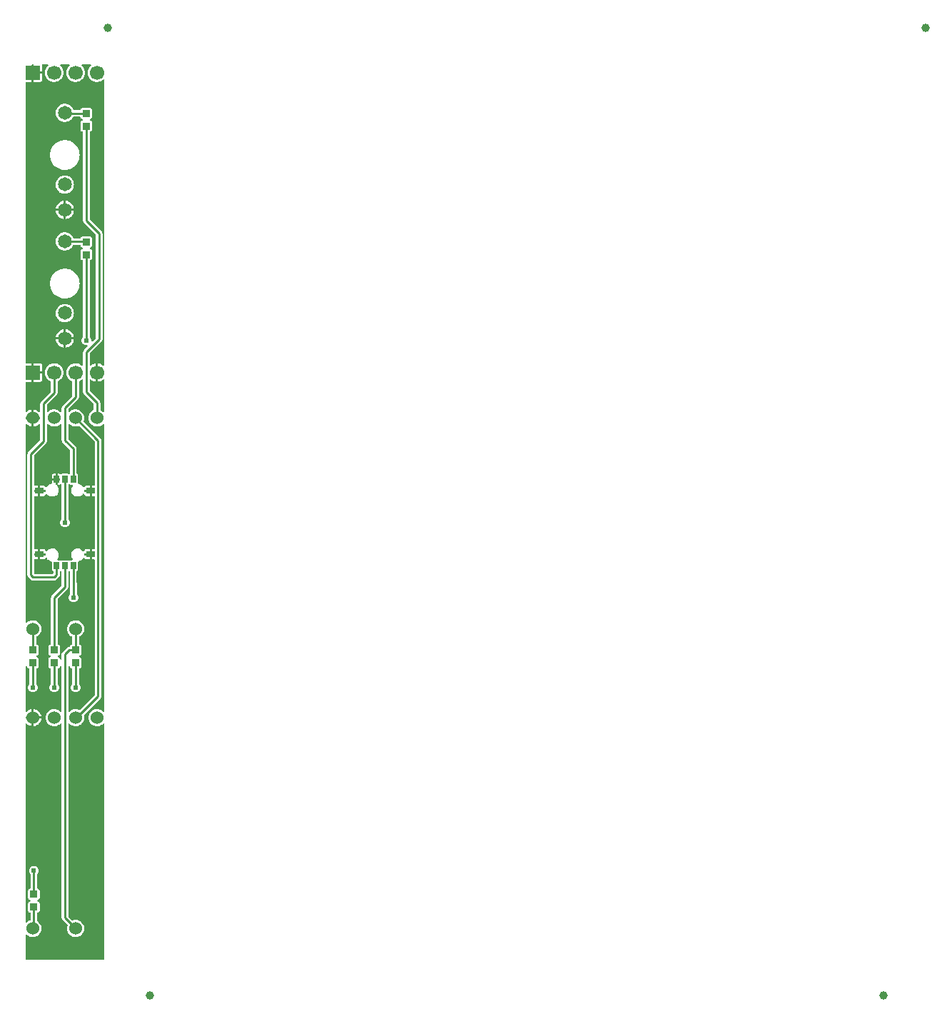
<source format=gbl>
G04 Layer: BottomLayer*
G04 EasyEDA v6.5.22, 2023-04-24 22:23:56*
G04 8fb2b6a2d3ec4a02888dd8b65789e586,5a6b42c53f6a479593ecc07194224c93,10*
G04 Gerber Generator version 0.2*
G04 Scale: 100 percent, Rotated: No, Reflected: No *
G04 Dimensions in millimeters *
G04 leading zeros omitted , absolute positions ,4 integer and 5 decimal *
%FSLAX45Y45*%
%MOMM*%

%AMMACRO1*21,1,$1,$2,0,0,$3*%
%ADD10C,0.2540*%
%ADD11R,0.8640X0.8065*%
%ADD12MACRO1,0.864X0.8065X0.0000*%
%ADD13MACRO1,0.6X0.8X0.0000*%
%ADD14MACRO1,0.7X1X90.0000*%
%ADD15MACRO1,0.7X1X-90.0000*%
%ADD16C,1.0000*%
%ADD17MACRO1,1.7X1.7X0.0000*%
%ADD18C,1.7000*%
%ADD19C,1.6500*%
%ADD20C,1.5240*%
%ADD21C,0.6096*%
%ADD22C,0.0105*%

%LPD*%
G36*
X543966Y4233722D02*
G01*
X540105Y4234535D01*
X536854Y4236720D01*
X534670Y4240022D01*
X533908Y4243882D01*
X533908Y4765446D01*
X534720Y4769408D01*
X537006Y4772761D01*
X540410Y4774946D01*
X544372Y4775606D01*
X548335Y4774692D01*
X551586Y4772304D01*
X553669Y4768799D01*
X555802Y4762652D01*
X558901Y4757724D01*
X562965Y4753660D01*
X567893Y4750562D01*
X573328Y4748631D01*
X578205Y4747463D01*
X581101Y4745177D01*
X583031Y4742027D01*
X583692Y4738420D01*
X583692Y4566208D01*
X582930Y4562297D01*
X580694Y4558995D01*
X579120Y4557420D01*
X573481Y4549394D01*
X569366Y4540453D01*
X566826Y4531004D01*
X565962Y4521200D01*
X566826Y4511395D01*
X569366Y4501946D01*
X573481Y4493006D01*
X579120Y4484979D01*
X586079Y4478020D01*
X594106Y4472381D01*
X603046Y4468266D01*
X612495Y4465726D01*
X622300Y4464862D01*
X632104Y4465726D01*
X641553Y4468266D01*
X650494Y4472381D01*
X658520Y4478020D01*
X665480Y4484979D01*
X671118Y4493006D01*
X675233Y4501946D01*
X677773Y4511395D01*
X678637Y4521200D01*
X677773Y4531004D01*
X675233Y4540453D01*
X671118Y4549394D01*
X665480Y4557420D01*
X663905Y4558995D01*
X661670Y4562297D01*
X660908Y4566208D01*
X660908Y4738420D01*
X661568Y4742027D01*
X663498Y4745177D01*
X666394Y4747463D01*
X671271Y4748631D01*
X676706Y4750562D01*
X681634Y4753660D01*
X685698Y4757724D01*
X688797Y4762652D01*
X690676Y4768088D01*
X691388Y4774438D01*
X691388Y4853940D01*
X690676Y4860239D01*
X688797Y4865725D01*
X685698Y4870602D01*
X681634Y4874717D01*
X676706Y4877765D01*
X670661Y4879898D01*
X667105Y4882032D01*
X664667Y4885436D01*
X663854Y4889500D01*
X664667Y4893564D01*
X667105Y4896967D01*
X670661Y4899101D01*
X676706Y4901234D01*
X681634Y4904282D01*
X685698Y4908397D01*
X688797Y4913274D01*
X690676Y4918760D01*
X691388Y4925060D01*
X691388Y5004562D01*
X690676Y5010912D01*
X688797Y5016347D01*
X685698Y5021275D01*
X681634Y5025339D01*
X676706Y5028438D01*
X671271Y5030368D01*
X666394Y5031536D01*
X663498Y5033822D01*
X661568Y5036972D01*
X660908Y5040579D01*
X660908Y5115356D01*
X661619Y5119116D01*
X663702Y5122316D01*
X666800Y5124551D01*
X671372Y5126685D01*
X682853Y5134000D01*
X693267Y5142788D01*
X702411Y5152948D01*
X710133Y5164175D01*
X716280Y5176316D01*
X720750Y5189220D01*
X723493Y5202580D01*
X724408Y5216194D01*
X723493Y5229809D01*
X720750Y5243169D01*
X716280Y5256072D01*
X710133Y5268214D01*
X702411Y5279440D01*
X693267Y5289600D01*
X682853Y5298389D01*
X671372Y5305704D01*
X658977Y5311444D01*
X645972Y5315508D01*
X632510Y5317744D01*
X618896Y5318201D01*
X605332Y5316880D01*
X592074Y5313680D01*
X579323Y5308803D01*
X567385Y5302250D01*
X556412Y5294172D01*
X546608Y5284673D01*
X538124Y5273954D01*
X531164Y5262219D01*
X525881Y5249672D01*
X522274Y5236514D01*
X520446Y5223002D01*
X520446Y5209387D01*
X522274Y5195874D01*
X525881Y5182717D01*
X531164Y5170170D01*
X538124Y5158435D01*
X546608Y5147716D01*
X556412Y5138216D01*
X567385Y5130139D01*
X578408Y5124094D01*
X581202Y5121808D01*
X583031Y5118709D01*
X583692Y5115204D01*
X583692Y5040579D01*
X583031Y5036972D01*
X581101Y5033822D01*
X578205Y5031536D01*
X573328Y5030368D01*
X567893Y5028438D01*
X562965Y5025339D01*
X558901Y5021275D01*
X555802Y5016347D01*
X553618Y5010150D01*
X551738Y5006848D01*
X548690Y5004460D01*
X545033Y5003393D01*
X537718Y5002631D01*
X530504Y5000447D01*
X523798Y4996891D01*
X517601Y4991760D01*
X468376Y4942535D01*
X463245Y4936337D01*
X459689Y4929632D01*
X457301Y4921808D01*
X456285Y4919776D01*
X456692Y4914493D01*
X456692Y4862880D01*
X455879Y4858918D01*
X453593Y4855616D01*
X450189Y4853432D01*
X446227Y4852771D01*
X442264Y4853686D01*
X439013Y4856073D01*
X436930Y4859528D01*
X434797Y4865725D01*
X431698Y4870602D01*
X427634Y4874717D01*
X422706Y4877765D01*
X416661Y4879898D01*
X413105Y4882032D01*
X410667Y4885436D01*
X409854Y4889500D01*
X410667Y4893564D01*
X413105Y4896967D01*
X416661Y4899101D01*
X422706Y4901234D01*
X427634Y4904282D01*
X431698Y4908397D01*
X434797Y4913274D01*
X437083Y4919827D01*
X438099Y4921504D01*
X437388Y4924755D01*
X437388Y5004562D01*
X436676Y5010912D01*
X434797Y5016347D01*
X431698Y5021275D01*
X427634Y5025339D01*
X422706Y5028438D01*
X417271Y5030368D01*
X412394Y5031536D01*
X409498Y5033822D01*
X407568Y5036972D01*
X406908Y5040579D01*
X406908Y5567781D01*
X407670Y5571693D01*
X409905Y5574995D01*
X522224Y5687364D01*
X527354Y5693562D01*
X530910Y5700268D01*
X533095Y5707481D01*
X533908Y5715508D01*
X533908Y5892698D01*
X534466Y5896102D01*
X536143Y5899048D01*
X539902Y5902096D01*
X543407Y5903468D01*
X547166Y5903468D01*
X550722Y5902096D01*
X554837Y5898845D01*
X556463Y5895898D01*
X557072Y5892546D01*
X558088Y5632856D01*
X557326Y5628944D01*
X555142Y5625642D01*
X553720Y5624220D01*
X548081Y5616194D01*
X543966Y5607253D01*
X541426Y5597804D01*
X540562Y5588000D01*
X541426Y5578195D01*
X543966Y5568746D01*
X548081Y5559806D01*
X553720Y5551779D01*
X560679Y5544820D01*
X568706Y5539181D01*
X577646Y5535066D01*
X587095Y5532526D01*
X596900Y5531662D01*
X606704Y5532526D01*
X616153Y5535066D01*
X625094Y5539181D01*
X633120Y5544820D01*
X640080Y5551779D01*
X645718Y5559806D01*
X649833Y5568746D01*
X652373Y5578195D01*
X653237Y5588000D01*
X652373Y5597804D01*
X649833Y5607253D01*
X645718Y5616194D01*
X640080Y5624220D01*
X638302Y5625998D01*
X636117Y5629249D01*
X635304Y5633110D01*
X634288Y5892901D01*
X634847Y5896305D01*
X636473Y5899251D01*
X639013Y5901537D01*
X641400Y5903061D01*
X645515Y5907125D01*
X648563Y5912053D01*
X650494Y5917488D01*
X651205Y5923838D01*
X651205Y6002680D01*
X650544Y6008471D01*
X650900Y6012434D01*
X652678Y6015939D01*
X655726Y6018479D01*
X659739Y6019749D01*
X670966Y6022797D01*
X681583Y6027572D01*
X691286Y6033871D01*
X699973Y6041593D01*
X707390Y6050584D01*
X709930Y6054902D01*
X712724Y6057950D01*
X716483Y6059627D01*
X720648Y6059678D01*
X724408Y6058103D01*
X727303Y6055106D01*
X730097Y6050635D01*
X734212Y6046571D01*
X739089Y6043472D01*
X744524Y6041542D01*
X750874Y6040831D01*
X787603Y6040831D01*
X787603Y6089040D01*
X731012Y6089040D01*
X727303Y6089751D01*
X724103Y6091783D01*
X721868Y6094780D01*
X720852Y6098438D01*
X720496Y6103518D01*
X721004Y6107633D01*
X723138Y6111189D01*
X726541Y6113627D01*
X730605Y6114440D01*
X787603Y6114440D01*
X787603Y6162649D01*
X750874Y6162649D01*
X744524Y6161938D01*
X739089Y6160058D01*
X734212Y6156960D01*
X730097Y6152896D01*
X727049Y6148019D01*
X724712Y6141212D01*
X722528Y6137503D01*
X718972Y6135065D01*
X714756Y6134303D01*
X710641Y6135370D01*
X707288Y6138011D01*
X699973Y6146850D01*
X691286Y6154572D01*
X681583Y6160871D01*
X670966Y6165646D01*
X659739Y6168694D01*
X648208Y6170066D01*
X636625Y6169609D01*
X625195Y6167374D01*
X614273Y6163462D01*
X604062Y6157925D01*
X594817Y6150864D01*
X586790Y6142482D01*
X580085Y6132982D01*
X574954Y6122568D01*
X571449Y6111494D01*
X569671Y6100013D01*
X569671Y6088430D01*
X571449Y6076950D01*
X574954Y6065875D01*
X580085Y6055461D01*
X587349Y6045200D01*
X589026Y6041136D01*
X588873Y6036716D01*
X586841Y6032804D01*
X583336Y6030112D01*
X579018Y6029147D01*
X565861Y6029147D01*
X559562Y6028436D01*
X554075Y6026556D01*
X550722Y6024422D01*
X547166Y6023051D01*
X543407Y6023051D01*
X539902Y6024422D01*
X536498Y6026556D01*
X531063Y6028436D01*
X524713Y6029147D01*
X465886Y6029147D01*
X459536Y6028436D01*
X454101Y6026556D01*
X450697Y6024422D01*
X447192Y6023051D01*
X443433Y6023051D01*
X439877Y6024422D01*
X436524Y6026556D01*
X431038Y6028436D01*
X424738Y6029147D01*
X411226Y6029147D01*
X407517Y6029858D01*
X404266Y6031941D01*
X402031Y6034989D01*
X401116Y6038697D01*
X401574Y6042456D01*
X403402Y6045809D01*
X407365Y6050635D01*
X413308Y6060592D01*
X417677Y6071362D01*
X420319Y6082690D01*
X421182Y6094272D01*
X420319Y6105855D01*
X417677Y6117183D01*
X413308Y6127953D01*
X407365Y6137910D01*
X399999Y6146901D01*
X391312Y6154623D01*
X381558Y6160922D01*
X370941Y6165697D01*
X359765Y6168745D01*
X348234Y6170117D01*
X336600Y6169660D01*
X325221Y6167424D01*
X314248Y6163513D01*
X304088Y6157976D01*
X294843Y6150914D01*
X286766Y6142532D01*
X283819Y6138367D01*
X280568Y6135370D01*
X276301Y6134100D01*
X271881Y6134709D01*
X268173Y6137198D01*
X265887Y6141008D01*
X263550Y6148019D01*
X260502Y6152896D01*
X256387Y6156960D01*
X251510Y6160058D01*
X246075Y6161938D01*
X239725Y6162649D01*
X202996Y6162649D01*
X202996Y6114440D01*
X260045Y6114440D01*
X264160Y6113576D01*
X267563Y6111087D01*
X269697Y6107430D01*
X270154Y6103264D01*
X269595Y6098184D01*
X268528Y6094628D01*
X266293Y6091682D01*
X263144Y6089751D01*
X259486Y6089040D01*
X202996Y6089040D01*
X202996Y6040831D01*
X239725Y6040831D01*
X246075Y6041542D01*
X251510Y6043472D01*
X256387Y6046571D01*
X260502Y6050635D01*
X263245Y6055004D01*
X265938Y6057849D01*
X269595Y6059474D01*
X273558Y6059576D01*
X277266Y6058154D01*
X280162Y6055410D01*
X286766Y6046012D01*
X294843Y6037630D01*
X304088Y6030569D01*
X314248Y6025032D01*
X325221Y6021120D01*
X331927Y6019800D01*
X335432Y6018428D01*
X338175Y6015837D01*
X339801Y6012434D01*
X340055Y6008674D01*
X339394Y6002680D01*
X339394Y5923838D01*
X340106Y5917488D01*
X342036Y5912053D01*
X345084Y5907125D01*
X349199Y5903061D01*
X351840Y5901385D01*
X354380Y5899099D01*
X356057Y5896102D01*
X356616Y5892749D01*
X356616Y5878068D01*
X355854Y5874156D01*
X353618Y5870905D01*
X350367Y5868670D01*
X346456Y5867908D01*
X137668Y5867908D01*
X133756Y5868670D01*
X130505Y5870905D01*
X128270Y5874156D01*
X127508Y5878068D01*
X127508Y6030976D01*
X128371Y6035141D01*
X130911Y6038545D01*
X134569Y6040678D01*
X138785Y6041085D01*
X140868Y6040831D01*
X177596Y6040831D01*
X177596Y6089040D01*
X137668Y6089040D01*
X133756Y6089853D01*
X130505Y6092037D01*
X128270Y6095339D01*
X127508Y6099200D01*
X127508Y6104280D01*
X128270Y6108192D01*
X130505Y6111494D01*
X133756Y6113678D01*
X137668Y6114440D01*
X177596Y6114440D01*
X177596Y6162649D01*
X140868Y6162649D01*
X138785Y6162446D01*
X134569Y6162852D01*
X130911Y6164935D01*
X128371Y6168390D01*
X127508Y6172555D01*
X127508Y6781444D01*
X128371Y6785609D01*
X130911Y6789064D01*
X134569Y6791147D01*
X138785Y6791553D01*
X140868Y6791350D01*
X177596Y6791350D01*
X177596Y6839559D01*
X137668Y6839559D01*
X133756Y6840321D01*
X130505Y6842506D01*
X128270Y6845808D01*
X127508Y6849719D01*
X127508Y6854799D01*
X128270Y6858660D01*
X130505Y6861962D01*
X133756Y6864146D01*
X137668Y6864959D01*
X177596Y6864959D01*
X177596Y6913168D01*
X140868Y6913168D01*
X138785Y6912914D01*
X134569Y6913321D01*
X130911Y6915454D01*
X128371Y6918858D01*
X127508Y6923024D01*
X127508Y7269581D01*
X128270Y7273493D01*
X130505Y7276795D01*
X268224Y7414564D01*
X273354Y7420762D01*
X276910Y7427468D01*
X279095Y7434681D01*
X279908Y7442708D01*
X279908Y7636002D01*
X280670Y7639862D01*
X282854Y7643164D01*
X286105Y7645349D01*
X289966Y7646162D01*
X293827Y7645450D01*
X297129Y7643317D01*
X302412Y7638237D01*
X313385Y7630159D01*
X325323Y7623606D01*
X338074Y7618679D01*
X351332Y7615529D01*
X364896Y7614158D01*
X378510Y7614615D01*
X391972Y7616901D01*
X404977Y7620914D01*
X417372Y7626654D01*
X428853Y7634020D01*
X439978Y7643418D01*
X443280Y7645298D01*
X447090Y7645857D01*
X450799Y7644892D01*
X453898Y7642656D01*
X455980Y7639456D01*
X456692Y7635697D01*
X456692Y7452106D01*
X457504Y7444079D01*
X459689Y7436866D01*
X463245Y7430160D01*
X468325Y7423962D01*
X553770Y7338720D01*
X556006Y7335418D01*
X556768Y7331557D01*
X556768Y7061301D01*
X556209Y7057948D01*
X554532Y7055002D01*
X550722Y7051903D01*
X547166Y7050531D01*
X543407Y7050531D01*
X539902Y7051903D01*
X536498Y7054037D01*
X531063Y7055916D01*
X524713Y7056628D01*
X465886Y7056628D01*
X459536Y7055916D01*
X454101Y7054037D01*
X450697Y7051903D01*
X447192Y7050531D01*
X443433Y7050531D01*
X439877Y7051903D01*
X436524Y7054037D01*
X431038Y7055916D01*
X424738Y7056628D01*
X408025Y7056628D01*
X408025Y7003440D01*
X429209Y7003440D01*
X433120Y7002678D01*
X436422Y7000443D01*
X438607Y6997192D01*
X439369Y6993280D01*
X439369Y6988200D01*
X438607Y6984288D01*
X436422Y6981037D01*
X433120Y6978802D01*
X429209Y6978040D01*
X408025Y6978040D01*
X408025Y6927900D01*
X407111Y6923887D01*
X411226Y6924852D01*
X424738Y6924852D01*
X431038Y6925564D01*
X436524Y6927443D01*
X439877Y6929577D01*
X443433Y6930948D01*
X447192Y6930948D01*
X451916Y6928815D01*
X454456Y6926529D01*
X456133Y6923582D01*
X456692Y6920179D01*
X456692Y6522008D01*
X455930Y6518097D01*
X453694Y6514795D01*
X452120Y6513220D01*
X446481Y6505194D01*
X442366Y6496253D01*
X439826Y6486804D01*
X438962Y6477000D01*
X439826Y6467195D01*
X442366Y6457746D01*
X446481Y6448806D01*
X452120Y6440779D01*
X459079Y6433820D01*
X467106Y6428181D01*
X476046Y6424066D01*
X485495Y6421526D01*
X495300Y6420662D01*
X505104Y6421526D01*
X514553Y6424066D01*
X523493Y6428181D01*
X531520Y6433820D01*
X538480Y6440779D01*
X544118Y6448806D01*
X548233Y6457746D01*
X550773Y6467195D01*
X551637Y6477000D01*
X550773Y6486804D01*
X548233Y6496253D01*
X544118Y6505194D01*
X538480Y6513220D01*
X536905Y6514795D01*
X534670Y6518097D01*
X533908Y6522008D01*
X533908Y6920179D01*
X534466Y6923582D01*
X536143Y6926529D01*
X539902Y6929577D01*
X543407Y6930948D01*
X547166Y6930948D01*
X550722Y6929577D01*
X554075Y6927443D01*
X559562Y6925564D01*
X565861Y6924852D01*
X579069Y6924852D01*
X583387Y6923887D01*
X586841Y6921195D01*
X588873Y6917283D01*
X589076Y6912864D01*
X587349Y6908800D01*
X580034Y6898487D01*
X574903Y6888073D01*
X571398Y6876999D01*
X569620Y6865518D01*
X569620Y6853936D01*
X571398Y6842455D01*
X574903Y6831380D01*
X580085Y6820966D01*
X586740Y6811467D01*
X594817Y6803085D01*
X604062Y6796024D01*
X614222Y6790486D01*
X625195Y6786575D01*
X636574Y6784340D01*
X648208Y6783882D01*
X659739Y6785254D01*
X670915Y6788302D01*
X681532Y6793077D01*
X691286Y6799376D01*
X699973Y6807098D01*
X707288Y6815988D01*
X710641Y6818630D01*
X714756Y6819646D01*
X718972Y6818884D01*
X722528Y6816445D01*
X724712Y6812788D01*
X727049Y6805980D01*
X730097Y6801103D01*
X734212Y6797040D01*
X739089Y6793941D01*
X744524Y6792061D01*
X750874Y6791350D01*
X787603Y6791350D01*
X787603Y6839559D01*
X730605Y6839559D01*
X726541Y6840372D01*
X723138Y6842810D01*
X721004Y6846366D01*
X720445Y6850481D01*
X720852Y6855561D01*
X721817Y6859219D01*
X724052Y6862216D01*
X727252Y6864248D01*
X730961Y6864959D01*
X787603Y6864959D01*
X787603Y6913168D01*
X750874Y6913168D01*
X744524Y6912457D01*
X739089Y6910527D01*
X734212Y6907428D01*
X730097Y6903364D01*
X727252Y6898843D01*
X724408Y6895846D01*
X720598Y6894271D01*
X716483Y6894322D01*
X712724Y6895998D01*
X709930Y6899046D01*
X707339Y6903364D01*
X699973Y6912356D01*
X691286Y6920077D01*
X681532Y6926376D01*
X670915Y6931152D01*
X659485Y6934250D01*
X655726Y6935470D01*
X652678Y6938009D01*
X650900Y6941515D01*
X650544Y6945477D01*
X651205Y6951319D01*
X651205Y7030161D01*
X650494Y7036511D01*
X648563Y7041946D01*
X645515Y7046874D01*
X641400Y7050938D01*
X638759Y7052614D01*
X636219Y7054900D01*
X634542Y7057898D01*
X633984Y7061250D01*
X633984Y7351268D01*
X633171Y7359294D01*
X630986Y7366508D01*
X627430Y7373213D01*
X622350Y7379411D01*
X536905Y7464653D01*
X534670Y7467955D01*
X533908Y7471816D01*
X533908Y7636002D01*
X534670Y7639862D01*
X536854Y7643164D01*
X540105Y7645349D01*
X543966Y7646162D01*
X547827Y7645450D01*
X551129Y7643317D01*
X556412Y7638237D01*
X567385Y7630159D01*
X579323Y7623606D01*
X592074Y7618679D01*
X605332Y7615529D01*
X618896Y7614158D01*
X632510Y7614615D01*
X645972Y7616901D01*
X656234Y7620050D01*
X659841Y7620508D01*
X663397Y7619644D01*
X666394Y7617561D01*
X847394Y7436561D01*
X849630Y7433259D01*
X850392Y7429347D01*
X850392Y6923328D01*
X849630Y6919417D01*
X847394Y6916115D01*
X844143Y6913930D01*
X840232Y6913168D01*
X813003Y6913168D01*
X813003Y6864959D01*
X840232Y6864959D01*
X844143Y6864146D01*
X847394Y6861962D01*
X849630Y6858660D01*
X850392Y6854799D01*
X850392Y6849719D01*
X849630Y6845808D01*
X847394Y6842506D01*
X844143Y6840321D01*
X840232Y6839559D01*
X813003Y6839559D01*
X813003Y6791350D01*
X840232Y6791350D01*
X844143Y6790537D01*
X847394Y6788353D01*
X849630Y6785051D01*
X850392Y6781190D01*
X850392Y6172809D01*
X849630Y6168948D01*
X847394Y6165646D01*
X844143Y6163462D01*
X840232Y6162649D01*
X813003Y6162649D01*
X813003Y6114440D01*
X840232Y6114440D01*
X844143Y6113678D01*
X847394Y6111494D01*
X849630Y6108192D01*
X850392Y6104280D01*
X850392Y6099200D01*
X849630Y6095339D01*
X847394Y6092037D01*
X844143Y6089853D01*
X840232Y6089040D01*
X813003Y6089040D01*
X813003Y6040831D01*
X840232Y6040831D01*
X844143Y6040069D01*
X847394Y6037884D01*
X849630Y6034582D01*
X850392Y6030671D01*
X850392Y4439818D01*
X849630Y4435906D01*
X847394Y4432604D01*
X674116Y4259275D01*
X670661Y4257040D01*
X666648Y4256328D01*
X662635Y4257243D01*
X658977Y4258970D01*
X645972Y4262983D01*
X632510Y4265269D01*
X618896Y4265726D01*
X605332Y4264355D01*
X592074Y4261205D01*
X579323Y4256278D01*
X567385Y4249724D01*
X556412Y4241647D01*
X551129Y4236567D01*
X547827Y4234434D01*
G37*

%LPC*%
G36*
X339394Y7003440D02*
G01*
X382625Y7003440D01*
X382625Y7056628D01*
X365861Y7056628D01*
X359562Y7055916D01*
X354076Y7054037D01*
X349199Y7050938D01*
X345084Y7046874D01*
X342036Y7041946D01*
X340106Y7036511D01*
X339394Y7030161D01*
G37*
G36*
X348183Y6783933D02*
G01*
X359714Y6785305D01*
X370941Y6788353D01*
X381558Y6793128D01*
X391261Y6799427D01*
X399948Y6807149D01*
X407365Y6816140D01*
X413308Y6826097D01*
X417626Y6836867D01*
X420268Y6848195D01*
X421182Y6859778D01*
X420268Y6871360D01*
X417626Y6882688D01*
X413308Y6893458D01*
X407365Y6903415D01*
X403402Y6908190D01*
X401574Y6911543D01*
X401116Y6915302D01*
X402031Y6918858D01*
X400608Y6918096D01*
X396240Y6917842D01*
X392226Y6919417D01*
X387146Y6922820D01*
X384708Y6925056D01*
X383133Y6928002D01*
X382625Y6931253D01*
X382625Y6978040D01*
X339394Y6978040D01*
X339394Y6951319D01*
X340055Y6945375D01*
X339801Y6941616D01*
X338175Y6938213D01*
X335381Y6935622D01*
X331876Y6934250D01*
X325170Y6932930D01*
X314248Y6929018D01*
X304038Y6923481D01*
X294792Y6916420D01*
X286766Y6908038D01*
X280111Y6898640D01*
X277215Y6895896D01*
X273507Y6894474D01*
X269544Y6894575D01*
X265938Y6896150D01*
X263194Y6899046D01*
X260502Y6903364D01*
X256387Y6907428D01*
X251510Y6910527D01*
X246075Y6912457D01*
X239725Y6913168D01*
X202996Y6913168D01*
X202996Y6864959D01*
X259486Y6864959D01*
X263093Y6864248D01*
X266242Y6862318D01*
X268528Y6859422D01*
X269595Y6855866D01*
X270103Y6850786D01*
X269697Y6846570D01*
X267563Y6842912D01*
X264160Y6840423D01*
X259994Y6839559D01*
X202996Y6839559D01*
X202996Y6791350D01*
X239725Y6791350D01*
X246075Y6792061D01*
X251510Y6793941D01*
X256387Y6797040D01*
X260502Y6801103D01*
X263550Y6805980D01*
X265887Y6812991D01*
X268173Y6816801D01*
X271881Y6819290D01*
X276301Y6819900D01*
X280568Y6818630D01*
X283819Y6815632D01*
X286766Y6811518D01*
X294792Y6803136D01*
X304038Y6796074D01*
X314248Y6790537D01*
X325170Y6786625D01*
X336600Y6784390D01*
G37*

%LPD*%
G36*
X36068Y1295908D02*
G01*
X32156Y1296670D01*
X28905Y1298905D01*
X26670Y1302156D01*
X25908Y1306068D01*
X25908Y1583537D01*
X26670Y1587398D01*
X28854Y1590649D01*
X32105Y1592884D01*
X35966Y1593697D01*
X39827Y1592986D01*
X43129Y1590852D01*
X48412Y1585722D01*
X59385Y1577644D01*
X71323Y1571091D01*
X84074Y1566214D01*
X97332Y1563014D01*
X110896Y1561693D01*
X124510Y1562150D01*
X137972Y1564386D01*
X150977Y1568450D01*
X163372Y1574190D01*
X174853Y1581505D01*
X185267Y1590294D01*
X194411Y1600454D01*
X202133Y1611680D01*
X208279Y1623822D01*
X212750Y1636725D01*
X215493Y1650085D01*
X216408Y1663700D01*
X215493Y1677314D01*
X212750Y1690674D01*
X208279Y1703578D01*
X202133Y1715719D01*
X194411Y1726946D01*
X185267Y1737106D01*
X174853Y1745894D01*
X170281Y1748789D01*
X167792Y1751075D01*
X166166Y1754022D01*
X165608Y1757375D01*
X165608Y1842820D01*
X166268Y1846427D01*
X168198Y1849577D01*
X171094Y1851863D01*
X175971Y1853031D01*
X181406Y1854962D01*
X186334Y1858060D01*
X190398Y1862124D01*
X193497Y1867052D01*
X195376Y1872488D01*
X196088Y1878838D01*
X196088Y1958339D01*
X195376Y1964639D01*
X193497Y1970125D01*
X190398Y1975002D01*
X186334Y1979117D01*
X181406Y1982165D01*
X175361Y1984298D01*
X171805Y1986432D01*
X169367Y1989836D01*
X168554Y1993900D01*
X169367Y1997964D01*
X171805Y2001367D01*
X175361Y2003501D01*
X181406Y2005634D01*
X186334Y2008682D01*
X190398Y2012797D01*
X193497Y2017674D01*
X195376Y2023160D01*
X196088Y2029460D01*
X196088Y2108962D01*
X195376Y2115312D01*
X193497Y2120747D01*
X190398Y2125675D01*
X186334Y2129739D01*
X181406Y2132838D01*
X175971Y2134768D01*
X171094Y2135936D01*
X168198Y2138222D01*
X166268Y2141372D01*
X165608Y2144979D01*
X165608Y2304491D01*
X166370Y2308402D01*
X168605Y2311704D01*
X170180Y2313279D01*
X175818Y2321306D01*
X179933Y2330246D01*
X182473Y2339695D01*
X183337Y2349500D01*
X182473Y2359304D01*
X179933Y2368753D01*
X175818Y2377694D01*
X170180Y2385720D01*
X163220Y2392680D01*
X155194Y2398318D01*
X146253Y2402433D01*
X136804Y2404973D01*
X127000Y2405837D01*
X117195Y2404973D01*
X107746Y2402433D01*
X98806Y2398318D01*
X90779Y2392680D01*
X83820Y2385720D01*
X78181Y2377694D01*
X74066Y2368753D01*
X71526Y2359304D01*
X70662Y2349500D01*
X71526Y2339695D01*
X74066Y2330246D01*
X78181Y2321306D01*
X83820Y2313279D01*
X85394Y2311704D01*
X87630Y2308402D01*
X88392Y2304491D01*
X88392Y2144979D01*
X87731Y2141372D01*
X85801Y2138222D01*
X82905Y2135936D01*
X78028Y2134768D01*
X72593Y2132838D01*
X67665Y2129739D01*
X63601Y2125675D01*
X60502Y2120747D01*
X58623Y2115312D01*
X57912Y2108962D01*
X57912Y2029460D01*
X58623Y2023160D01*
X60502Y2017674D01*
X63601Y2012797D01*
X67665Y2008682D01*
X72593Y2005634D01*
X78638Y2003501D01*
X82194Y2001367D01*
X84632Y1997964D01*
X85445Y1993900D01*
X84632Y1989836D01*
X82194Y1986432D01*
X78638Y1984298D01*
X72593Y1982165D01*
X67665Y1979117D01*
X63601Y1975002D01*
X60502Y1970125D01*
X58623Y1964639D01*
X57912Y1958339D01*
X57912Y1878838D01*
X58623Y1872488D01*
X60502Y1867052D01*
X63601Y1862124D01*
X67665Y1858060D01*
X72593Y1854962D01*
X78028Y1853031D01*
X82905Y1851863D01*
X85801Y1849577D01*
X87731Y1846427D01*
X88392Y1842820D01*
X88392Y1769872D01*
X87579Y1765858D01*
X85293Y1762556D01*
X81889Y1760372D01*
X71323Y1756308D01*
X59385Y1749755D01*
X48412Y1741678D01*
X43129Y1736547D01*
X39827Y1734413D01*
X35966Y1733702D01*
X32105Y1734515D01*
X28854Y1736750D01*
X26670Y1740001D01*
X25908Y1743862D01*
X25908Y4083507D01*
X26670Y4087368D01*
X28854Y4090670D01*
X32105Y4092854D01*
X35966Y4093667D01*
X39827Y4092956D01*
X43129Y4090822D01*
X48412Y4085742D01*
X59385Y4077665D01*
X71323Y4071112D01*
X84074Y4066184D01*
X97332Y4063034D01*
X101600Y4062577D01*
X101600Y4150969D01*
X36068Y4150969D01*
X32156Y4151782D01*
X28905Y4153966D01*
X26670Y4157268D01*
X25908Y4161129D01*
X25908Y4166209D01*
X26670Y4170121D01*
X28905Y4173423D01*
X32156Y4175607D01*
X36068Y4176369D01*
X101600Y4176369D01*
X101600Y4264812D01*
X97332Y4264355D01*
X84074Y4261205D01*
X71323Y4256278D01*
X59385Y4249724D01*
X48412Y4241647D01*
X43129Y4236567D01*
X39827Y4234434D01*
X35966Y4233722D01*
X32105Y4234535D01*
X28854Y4236720D01*
X26670Y4240022D01*
X25908Y4243882D01*
X25908Y4765446D01*
X26720Y4769408D01*
X29006Y4772761D01*
X32410Y4774946D01*
X36372Y4775606D01*
X40335Y4774692D01*
X43586Y4772304D01*
X45669Y4768799D01*
X47802Y4762652D01*
X50901Y4757724D01*
X54965Y4753660D01*
X59893Y4750562D01*
X65328Y4748631D01*
X70205Y4747463D01*
X73101Y4745177D01*
X75031Y4742027D01*
X75692Y4738420D01*
X75692Y4566208D01*
X74930Y4562297D01*
X72694Y4558995D01*
X71120Y4557420D01*
X65481Y4549394D01*
X61366Y4540453D01*
X58826Y4531004D01*
X57962Y4521200D01*
X58826Y4511395D01*
X61366Y4501946D01*
X65481Y4493006D01*
X71120Y4484979D01*
X78079Y4478020D01*
X86106Y4472381D01*
X95046Y4468266D01*
X104495Y4465726D01*
X114300Y4464862D01*
X124104Y4465726D01*
X133553Y4468266D01*
X142494Y4472381D01*
X150520Y4478020D01*
X157480Y4484979D01*
X163118Y4493006D01*
X167233Y4501946D01*
X169773Y4511395D01*
X170637Y4521200D01*
X169773Y4531004D01*
X167233Y4540453D01*
X163118Y4549394D01*
X157480Y4557420D01*
X155905Y4558995D01*
X153670Y4562297D01*
X152908Y4566208D01*
X152908Y4738420D01*
X153568Y4742027D01*
X155498Y4745177D01*
X158394Y4747463D01*
X163271Y4748631D01*
X168706Y4750562D01*
X173634Y4753660D01*
X177698Y4757724D01*
X180797Y4762652D01*
X182676Y4768088D01*
X183388Y4774438D01*
X183388Y4853940D01*
X182676Y4860239D01*
X180797Y4865725D01*
X177698Y4870602D01*
X173634Y4874717D01*
X168706Y4877765D01*
X162661Y4879898D01*
X159105Y4882032D01*
X156667Y4885436D01*
X155854Y4889500D01*
X156667Y4893564D01*
X159105Y4896967D01*
X162661Y4899101D01*
X168706Y4901234D01*
X173634Y4904282D01*
X177698Y4908397D01*
X180797Y4913274D01*
X182676Y4918760D01*
X183388Y4925060D01*
X183388Y5004562D01*
X182676Y5010912D01*
X180797Y5016347D01*
X177698Y5021275D01*
X173634Y5025339D01*
X168706Y5028438D01*
X163271Y5030368D01*
X158394Y5031536D01*
X155498Y5033822D01*
X153568Y5036972D01*
X152908Y5040579D01*
X152908Y5115356D01*
X153619Y5119116D01*
X155702Y5122316D01*
X158800Y5124551D01*
X163372Y5126685D01*
X174853Y5134000D01*
X185267Y5142788D01*
X194411Y5152948D01*
X202133Y5164175D01*
X208279Y5176316D01*
X212750Y5189220D01*
X215493Y5202580D01*
X216408Y5216194D01*
X215493Y5229809D01*
X212750Y5243169D01*
X208279Y5256072D01*
X202133Y5268214D01*
X194411Y5279440D01*
X185267Y5289600D01*
X174853Y5298389D01*
X163372Y5305704D01*
X150977Y5311444D01*
X137972Y5315508D01*
X124510Y5317744D01*
X110896Y5318201D01*
X97332Y5316880D01*
X84074Y5313680D01*
X71323Y5308803D01*
X59385Y5302250D01*
X48412Y5294172D01*
X43129Y5289042D01*
X39827Y5286908D01*
X35966Y5286197D01*
X32105Y5287010D01*
X28854Y5289245D01*
X26670Y5292496D01*
X25908Y5296357D01*
X25908Y7636002D01*
X26670Y7639862D01*
X28854Y7643164D01*
X32105Y7645349D01*
X35966Y7646162D01*
X39827Y7645450D01*
X43129Y7643317D01*
X48412Y7638237D01*
X59385Y7630159D01*
X71323Y7623606D01*
X84074Y7618679D01*
X97332Y7615529D01*
X101600Y7615072D01*
X101600Y7703464D01*
X36068Y7703464D01*
X32156Y7704277D01*
X28905Y7706461D01*
X26670Y7709763D01*
X25908Y7713624D01*
X25908Y7718704D01*
X26670Y7722616D01*
X28905Y7725918D01*
X32156Y7728102D01*
X36068Y7728864D01*
X101600Y7728864D01*
X101600Y7817307D01*
X97332Y7816850D01*
X84074Y7813700D01*
X71323Y7808772D01*
X59385Y7802219D01*
X48412Y7794142D01*
X43129Y7789062D01*
X39827Y7786928D01*
X35966Y7786217D01*
X32105Y7787030D01*
X28854Y7789214D01*
X26670Y7792516D01*
X25908Y7796377D01*
X25908Y8133943D01*
X26670Y8137804D01*
X28905Y8141106D01*
X32156Y8143341D01*
X36068Y8144103D01*
X101600Y8144103D01*
X101600Y8242300D01*
X36068Y8242300D01*
X32156Y8243062D01*
X28905Y8245297D01*
X26670Y8248548D01*
X25908Y8252459D01*
X25908Y8257540D01*
X26670Y8261451D01*
X28905Y8264702D01*
X32156Y8266938D01*
X36068Y8267700D01*
X101600Y8267700D01*
X101600Y8365896D01*
X36068Y8365896D01*
X32156Y8366658D01*
X28905Y8368893D01*
X26670Y8372195D01*
X25908Y8376056D01*
X25908Y11689943D01*
X26670Y11693804D01*
X28905Y11697106D01*
X32156Y11699341D01*
X36068Y11700103D01*
X101600Y11700103D01*
X101600Y11798300D01*
X36068Y11798300D01*
X32156Y11799062D01*
X28905Y11801297D01*
X26670Y11804548D01*
X25908Y11808460D01*
X25908Y11813540D01*
X26670Y11817451D01*
X28905Y11820702D01*
X32156Y11822938D01*
X36068Y11823700D01*
X101600Y11823700D01*
X101600Y11901932D01*
X102362Y11905843D01*
X104597Y11909094D01*
X107848Y11911330D01*
X111760Y11912092D01*
X116839Y11912092D01*
X120751Y11911330D01*
X124002Y11909094D01*
X126237Y11905843D01*
X127000Y11901932D01*
X127000Y11823700D01*
X225196Y11823700D01*
X225196Y11895429D01*
X224586Y11900814D01*
X225044Y11905030D01*
X227126Y11908688D01*
X230530Y11911228D01*
X234696Y11912092D01*
X288696Y11912092D01*
X292658Y11911279D01*
X296011Y11908993D01*
X298196Y11905589D01*
X298856Y11901627D01*
X297942Y11897664D01*
X295554Y11894413D01*
X288645Y11888165D01*
X279450Y11877344D01*
X271678Y11865406D01*
X265531Y11852605D01*
X261061Y11839143D01*
X258317Y11825173D01*
X257403Y11811000D01*
X258317Y11796826D01*
X261061Y11782856D01*
X265531Y11769394D01*
X271678Y11756593D01*
X279450Y11744655D01*
X288645Y11733834D01*
X299161Y11724284D01*
X310794Y11716156D01*
X323392Y11709603D01*
X336753Y11704675D01*
X350621Y11701526D01*
X364744Y11700154D01*
X378968Y11700611D01*
X392988Y11702897D01*
X406603Y11706910D01*
X419608Y11712702D01*
X431749Y11720068D01*
X442874Y11728907D01*
X452729Y11739118D01*
X461213Y11750497D01*
X468223Y11762892D01*
X473557Y11776049D01*
X477164Y11789816D01*
X478942Y11803888D01*
X478942Y11818112D01*
X477164Y11832183D01*
X473557Y11845950D01*
X468223Y11859107D01*
X461213Y11871502D01*
X452729Y11882882D01*
X439064Y11897207D01*
X437946Y11901170D01*
X438454Y11905284D01*
X440588Y11908840D01*
X443992Y11911228D01*
X448056Y11912092D01*
X542696Y11912092D01*
X546658Y11911279D01*
X550011Y11908993D01*
X552196Y11905589D01*
X552856Y11901627D01*
X551942Y11897664D01*
X549554Y11894413D01*
X542645Y11888165D01*
X533450Y11877344D01*
X525678Y11865406D01*
X519531Y11852605D01*
X515061Y11839143D01*
X512318Y11825173D01*
X511403Y11811000D01*
X512318Y11796826D01*
X515061Y11782856D01*
X519531Y11769394D01*
X525678Y11756593D01*
X533450Y11744655D01*
X542645Y11733834D01*
X553161Y11724284D01*
X564794Y11716156D01*
X577392Y11709603D01*
X590753Y11704675D01*
X604621Y11701526D01*
X618744Y11700154D01*
X632968Y11700611D01*
X646988Y11702897D01*
X660603Y11706910D01*
X673608Y11712702D01*
X685749Y11720068D01*
X696874Y11728907D01*
X706729Y11739118D01*
X715213Y11750497D01*
X722223Y11762892D01*
X727557Y11776049D01*
X731164Y11789816D01*
X732942Y11803888D01*
X732942Y11818112D01*
X731164Y11832183D01*
X727557Y11845950D01*
X722223Y11859107D01*
X715213Y11871502D01*
X706729Y11882882D01*
X693064Y11897207D01*
X691946Y11901170D01*
X692454Y11905284D01*
X694588Y11908840D01*
X697992Y11911228D01*
X702056Y11912092D01*
X796696Y11912092D01*
X800658Y11911279D01*
X804011Y11908993D01*
X806196Y11905589D01*
X806856Y11901627D01*
X805942Y11897664D01*
X803554Y11894413D01*
X796645Y11888165D01*
X787450Y11877344D01*
X779678Y11865406D01*
X773531Y11852605D01*
X769061Y11839143D01*
X766318Y11825173D01*
X765403Y11811000D01*
X766318Y11796826D01*
X769061Y11782856D01*
X773531Y11769394D01*
X779678Y11756593D01*
X787450Y11744655D01*
X796645Y11733834D01*
X807161Y11724284D01*
X818794Y11716156D01*
X831392Y11709603D01*
X844753Y11704675D01*
X858621Y11701526D01*
X872744Y11700154D01*
X886968Y11700611D01*
X900988Y11702897D01*
X914603Y11706910D01*
X927608Y11712702D01*
X939749Y11720068D01*
X948182Y11726773D01*
X951534Y11728551D01*
X955294Y11729008D01*
X958951Y11727992D01*
X961999Y11725757D01*
X963980Y11722557D01*
X964692Y11718848D01*
X964692Y8347151D01*
X963980Y8343442D01*
X961999Y8340242D01*
X958951Y8338007D01*
X955294Y8336991D01*
X951534Y8337448D01*
X948182Y8339226D01*
X939749Y8345931D01*
X927608Y8353298D01*
X914603Y8359038D01*
X900988Y8363102D01*
X889000Y8365032D01*
X889000Y8267700D01*
X954532Y8267700D01*
X958443Y8266938D01*
X961694Y8264702D01*
X963930Y8261451D01*
X964692Y8257540D01*
X964692Y8252459D01*
X963930Y8248548D01*
X961694Y8245297D01*
X958443Y8243062D01*
X954532Y8242300D01*
X889000Y8242300D01*
X889000Y8144967D01*
X900988Y8146897D01*
X914603Y8150910D01*
X927608Y8156702D01*
X939749Y8164068D01*
X948182Y8170773D01*
X951534Y8172551D01*
X955294Y8173008D01*
X958951Y8171992D01*
X961999Y8169757D01*
X963980Y8166557D01*
X964692Y8162848D01*
X964692Y7796682D01*
X963980Y7792923D01*
X961898Y7789722D01*
X958799Y7787487D01*
X955090Y7786522D01*
X951280Y7787081D01*
X947978Y7788960D01*
X936853Y7798358D01*
X925372Y7805724D01*
X920800Y7807858D01*
X917702Y7810093D01*
X915619Y7813294D01*
X914908Y7817053D01*
X914908Y7898892D01*
X914095Y7906918D01*
X911910Y7914131D01*
X908354Y7920837D01*
X903224Y7927035D01*
X790905Y8039404D01*
X788670Y8042706D01*
X787908Y8046618D01*
X787908Y8162848D01*
X788670Y8166658D01*
X790752Y8169909D01*
X793953Y8172145D01*
X797763Y8173008D01*
X801573Y8172399D01*
X804875Y8170367D01*
X807161Y8168284D01*
X818794Y8160156D01*
X831392Y8153603D01*
X844753Y8148675D01*
X858621Y8145525D01*
X863600Y8145068D01*
X863600Y8242300D01*
X798068Y8242300D01*
X794156Y8243062D01*
X790905Y8245297D01*
X788670Y8248548D01*
X787908Y8252459D01*
X787908Y8257540D01*
X788670Y8261451D01*
X790905Y8264702D01*
X794156Y8266938D01*
X798068Y8267700D01*
X863600Y8267700D01*
X863600Y8364931D01*
X858621Y8364474D01*
X844753Y8361324D01*
X831392Y8356396D01*
X818794Y8349843D01*
X807161Y8341715D01*
X804875Y8339632D01*
X801573Y8337600D01*
X797763Y8336991D01*
X793953Y8337854D01*
X790752Y8340090D01*
X788670Y8343341D01*
X787908Y8347151D01*
X787908Y8476081D01*
X788670Y8479993D01*
X790905Y8483295D01*
X928624Y8621064D01*
X933754Y8627262D01*
X937310Y8633968D01*
X939495Y8641181D01*
X940308Y8649208D01*
X940308Y9905492D01*
X939495Y9913518D01*
X937310Y9920732D01*
X933754Y9927437D01*
X928624Y9933635D01*
X790905Y10071404D01*
X788670Y10074706D01*
X787908Y10078618D01*
X787908Y11101120D01*
X788568Y11104727D01*
X790498Y11107877D01*
X793394Y11110163D01*
X798271Y11111331D01*
X803706Y11113262D01*
X808634Y11116360D01*
X812698Y11120424D01*
X815797Y11125352D01*
X817676Y11130788D01*
X818388Y11137138D01*
X818388Y11216640D01*
X817676Y11222939D01*
X815797Y11228425D01*
X812698Y11233302D01*
X808634Y11237417D01*
X803706Y11240465D01*
X797661Y11242598D01*
X794105Y11244732D01*
X791667Y11248136D01*
X790854Y11252200D01*
X791667Y11256264D01*
X794105Y11259667D01*
X797661Y11261801D01*
X803706Y11263934D01*
X808634Y11266982D01*
X812698Y11271097D01*
X815797Y11275974D01*
X817676Y11281460D01*
X818388Y11287760D01*
X818388Y11367262D01*
X817676Y11373612D01*
X815797Y11379047D01*
X812698Y11383975D01*
X808634Y11388039D01*
X803706Y11391138D01*
X798271Y11393068D01*
X791921Y11393779D01*
X706678Y11393779D01*
X700328Y11393068D01*
X694893Y11391138D01*
X689965Y11388039D01*
X685901Y11383975D01*
X682802Y11379047D01*
X680669Y11372951D01*
X678535Y11369395D01*
X675132Y11367008D01*
X671068Y11366144D01*
X604062Y11366144D01*
X599948Y11367008D01*
X596595Y11369446D01*
X594461Y11373053D01*
X593648Y11375390D01*
X587349Y11388090D01*
X579475Y11399875D01*
X570128Y11410543D01*
X559511Y11419890D01*
X547725Y11427764D01*
X534974Y11434064D01*
X521563Y11438585D01*
X507644Y11441379D01*
X493522Y11442293D01*
X479348Y11441379D01*
X465480Y11438585D01*
X452018Y11434064D01*
X439318Y11427764D01*
X427532Y11419890D01*
X416864Y11410543D01*
X407517Y11399875D01*
X399643Y11388090D01*
X393395Y11375390D01*
X388823Y11361978D01*
X386029Y11348059D01*
X385114Y11333937D01*
X386029Y11319764D01*
X388823Y11305844D01*
X393395Y11292433D01*
X399643Y11279733D01*
X407517Y11267948D01*
X416864Y11257280D01*
X427532Y11247932D01*
X439318Y11240058D01*
X452018Y11233759D01*
X465480Y11229238D01*
X479348Y11226444D01*
X493522Y11225530D01*
X507644Y11226444D01*
X521563Y11229238D01*
X534974Y11233759D01*
X547725Y11240058D01*
X559511Y11247932D01*
X570128Y11257280D01*
X579475Y11267948D01*
X587349Y11279733D01*
X589127Y11283238D01*
X591362Y11286236D01*
X594563Y11288217D01*
X598220Y11288928D01*
X671068Y11288928D01*
X675132Y11288064D01*
X678535Y11285677D01*
X680669Y11282121D01*
X682802Y11275974D01*
X685901Y11271097D01*
X689965Y11266982D01*
X694893Y11263934D01*
X700938Y11261801D01*
X704494Y11259667D01*
X706932Y11256264D01*
X707745Y11252200D01*
X706932Y11248136D01*
X704494Y11244732D01*
X700938Y11242598D01*
X694893Y11240465D01*
X689965Y11237417D01*
X685901Y11233302D01*
X682802Y11228425D01*
X680923Y11222939D01*
X680212Y11216640D01*
X680212Y11137138D01*
X680923Y11130788D01*
X682802Y11125352D01*
X685901Y11120424D01*
X689965Y11116360D01*
X694893Y11113262D01*
X700328Y11111331D01*
X705205Y11110163D01*
X708101Y11107877D01*
X710031Y11104727D01*
X710692Y11101120D01*
X710692Y10058908D01*
X711504Y10050881D01*
X713689Y10043668D01*
X717245Y10036962D01*
X722376Y10030764D01*
X860094Y9892995D01*
X862330Y9889693D01*
X863092Y9885781D01*
X863092Y8668918D01*
X862330Y8665006D01*
X860094Y8661704D01*
X822655Y8624214D01*
X819200Y8621979D01*
X815136Y8621268D01*
X811174Y8622182D01*
X807872Y8624671D01*
X805789Y8628227D01*
X805332Y8632291D01*
X805637Y8636000D01*
X804773Y8645804D01*
X802233Y8655253D01*
X798118Y8664194D01*
X792480Y8672220D01*
X790905Y8673795D01*
X788670Y8677097D01*
X787908Y8681008D01*
X787908Y9577120D01*
X788568Y9580727D01*
X790498Y9583877D01*
X793394Y9586163D01*
X798271Y9587331D01*
X803706Y9589262D01*
X808634Y9592360D01*
X812698Y9596424D01*
X815797Y9601352D01*
X817676Y9606788D01*
X818388Y9613138D01*
X818388Y9692640D01*
X817676Y9698939D01*
X815797Y9704425D01*
X812698Y9709302D01*
X808634Y9713417D01*
X803706Y9716465D01*
X797661Y9718598D01*
X794105Y9720732D01*
X791667Y9724136D01*
X790854Y9728200D01*
X791667Y9732264D01*
X794105Y9735667D01*
X797661Y9737801D01*
X803706Y9739934D01*
X808634Y9742982D01*
X812698Y9747097D01*
X815797Y9751974D01*
X817676Y9757460D01*
X818388Y9763760D01*
X818388Y9843262D01*
X817676Y9849612D01*
X815797Y9855047D01*
X812698Y9859975D01*
X808634Y9864039D01*
X803706Y9867138D01*
X798271Y9869068D01*
X791921Y9869779D01*
X706678Y9869779D01*
X700328Y9869068D01*
X694893Y9867138D01*
X689965Y9864039D01*
X685901Y9859975D01*
X680364Y9850577D01*
X676910Y9848189D01*
X672846Y9847326D01*
X601624Y9847834D01*
X597966Y9848545D01*
X594817Y9850526D01*
X592582Y9853523D01*
X587349Y9864090D01*
X579475Y9875875D01*
X570128Y9886543D01*
X559511Y9895890D01*
X547725Y9903764D01*
X534974Y9910064D01*
X521563Y9914585D01*
X507644Y9917379D01*
X493522Y9918293D01*
X479348Y9917379D01*
X465480Y9914585D01*
X452018Y9910064D01*
X439318Y9903764D01*
X427532Y9895890D01*
X416864Y9886543D01*
X407517Y9875875D01*
X399643Y9864090D01*
X393395Y9851390D01*
X388823Y9837978D01*
X386029Y9824059D01*
X385114Y9809937D01*
X386029Y9795764D01*
X388823Y9781844D01*
X393395Y9768433D01*
X399643Y9755733D01*
X407517Y9743948D01*
X416864Y9733280D01*
X427532Y9723932D01*
X439318Y9716058D01*
X452018Y9709759D01*
X465480Y9705238D01*
X479348Y9702444D01*
X493522Y9701530D01*
X507644Y9702444D01*
X521563Y9705238D01*
X534974Y9709759D01*
X547725Y9716058D01*
X559511Y9723932D01*
X570128Y9733280D01*
X579475Y9743948D01*
X587349Y9755733D01*
X591921Y9764979D01*
X594207Y9767976D01*
X597408Y9769957D01*
X601116Y9770618D01*
X670458Y9770160D01*
X674065Y9769449D01*
X677214Y9767519D01*
X679450Y9764623D01*
X680466Y9761118D01*
X680923Y9757460D01*
X682802Y9751974D01*
X685901Y9747097D01*
X689965Y9742982D01*
X694893Y9739934D01*
X700938Y9737801D01*
X704494Y9735667D01*
X706932Y9732264D01*
X707745Y9728200D01*
X706932Y9724136D01*
X704494Y9720732D01*
X700938Y9718598D01*
X694893Y9716465D01*
X689965Y9713417D01*
X685901Y9709302D01*
X682802Y9704425D01*
X680923Y9698939D01*
X680212Y9692640D01*
X680212Y9613138D01*
X680923Y9606788D01*
X682802Y9601352D01*
X685901Y9596424D01*
X689965Y9592360D01*
X694893Y9589262D01*
X700328Y9587331D01*
X705205Y9586163D01*
X708101Y9583877D01*
X710031Y9580727D01*
X710692Y9577120D01*
X710692Y8681008D01*
X709930Y8677097D01*
X707694Y8673795D01*
X706120Y8672220D01*
X700481Y8664194D01*
X696366Y8655253D01*
X693826Y8645804D01*
X692962Y8636000D01*
X693826Y8626195D01*
X696366Y8616746D01*
X700481Y8607806D01*
X706120Y8599779D01*
X713079Y8592820D01*
X721106Y8587181D01*
X730046Y8583066D01*
X739495Y8580526D01*
X749300Y8579662D01*
X753008Y8579967D01*
X757072Y8579510D01*
X760628Y8577427D01*
X763117Y8574125D01*
X764032Y8570163D01*
X763320Y8566099D01*
X761085Y8562644D01*
X722376Y8523935D01*
X717245Y8517737D01*
X713689Y8511032D01*
X711504Y8503818D01*
X710692Y8495792D01*
X710692Y8347151D01*
X709980Y8343442D01*
X707999Y8340242D01*
X704951Y8338007D01*
X701294Y8336991D01*
X697534Y8337448D01*
X694182Y8339226D01*
X685749Y8345931D01*
X673608Y8353298D01*
X660603Y8359038D01*
X646988Y8363102D01*
X632968Y8365388D01*
X618744Y8365845D01*
X604621Y8364474D01*
X590753Y8361324D01*
X577392Y8356396D01*
X564794Y8349843D01*
X553161Y8341715D01*
X542645Y8332165D01*
X533450Y8321344D01*
X525678Y8309406D01*
X519531Y8296605D01*
X515061Y8283143D01*
X512318Y8269173D01*
X511403Y8255000D01*
X512318Y8240826D01*
X515061Y8226856D01*
X519531Y8213394D01*
X525678Y8200593D01*
X533450Y8188655D01*
X542645Y8177834D01*
X553161Y8168284D01*
X564794Y8160156D01*
X578205Y8153247D01*
X581101Y8150961D01*
X583031Y8147812D01*
X583692Y8144205D01*
X583692Y7983118D01*
X582930Y7979206D01*
X580694Y7975904D01*
X468376Y7863535D01*
X463245Y7857337D01*
X459689Y7850631D01*
X457504Y7843418D01*
X456692Y7835392D01*
X456692Y7796682D01*
X455980Y7792923D01*
X453898Y7789722D01*
X450799Y7787487D01*
X447090Y7786522D01*
X443280Y7787081D01*
X439978Y7788960D01*
X428853Y7798358D01*
X417372Y7805724D01*
X404977Y7811465D01*
X391972Y7815478D01*
X378510Y7817764D01*
X364896Y7818221D01*
X351332Y7816850D01*
X338074Y7813700D01*
X325323Y7808772D01*
X313385Y7802219D01*
X302412Y7794142D01*
X297129Y7789062D01*
X293827Y7786928D01*
X289966Y7786217D01*
X286105Y7787030D01*
X282854Y7789214D01*
X280670Y7792516D01*
X279908Y7796377D01*
X279908Y7866481D01*
X280670Y7870393D01*
X282905Y7873695D01*
X395224Y7986064D01*
X400354Y7992262D01*
X403910Y7998968D01*
X406095Y8006181D01*
X406908Y8014208D01*
X406908Y8144459D01*
X407670Y8148269D01*
X409752Y8151520D01*
X412953Y8153755D01*
X419608Y8156702D01*
X431749Y8164068D01*
X442874Y8172907D01*
X452729Y8183118D01*
X461213Y8194497D01*
X468223Y8206892D01*
X473557Y8220049D01*
X477164Y8233816D01*
X478942Y8247888D01*
X478942Y8262112D01*
X477164Y8276183D01*
X473557Y8289950D01*
X468223Y8303107D01*
X461213Y8315502D01*
X452729Y8326881D01*
X442874Y8337092D01*
X431749Y8345931D01*
X419608Y8353298D01*
X406603Y8359038D01*
X392988Y8363102D01*
X378968Y8365388D01*
X364744Y8365845D01*
X350621Y8364474D01*
X336753Y8361324D01*
X323392Y8356396D01*
X310794Y8349843D01*
X299161Y8341715D01*
X288645Y8332165D01*
X279450Y8321344D01*
X271678Y8309406D01*
X265531Y8296605D01*
X261061Y8283143D01*
X258317Y8269173D01*
X257403Y8255000D01*
X258317Y8240826D01*
X261061Y8226856D01*
X265531Y8213394D01*
X271678Y8200593D01*
X279450Y8188655D01*
X288645Y8177834D01*
X299161Y8168284D01*
X310794Y8160156D01*
X324205Y8153247D01*
X327101Y8150961D01*
X329031Y8147812D01*
X329692Y8144205D01*
X329692Y8033918D01*
X328930Y8030006D01*
X326694Y8026704D01*
X214375Y7914335D01*
X209245Y7908137D01*
X205689Y7901431D01*
X203504Y7894218D01*
X202692Y7886192D01*
X202692Y7796682D01*
X201980Y7792923D01*
X199898Y7789722D01*
X196799Y7787487D01*
X193090Y7786522D01*
X189280Y7787081D01*
X185978Y7788960D01*
X174853Y7798358D01*
X163372Y7805724D01*
X150977Y7811465D01*
X137972Y7815478D01*
X127000Y7817358D01*
X127000Y7728864D01*
X192532Y7728864D01*
X196443Y7728102D01*
X199694Y7725918D01*
X201930Y7722616D01*
X202692Y7718704D01*
X202692Y7713624D01*
X201930Y7709763D01*
X199694Y7706461D01*
X196443Y7704277D01*
X192532Y7703464D01*
X127000Y7703464D01*
X127000Y7615021D01*
X137972Y7616901D01*
X150977Y7620914D01*
X163372Y7626654D01*
X174853Y7634020D01*
X185978Y7643418D01*
X189280Y7645298D01*
X193090Y7645857D01*
X196799Y7644892D01*
X199898Y7642656D01*
X201980Y7639456D01*
X202692Y7635697D01*
X202692Y7462418D01*
X201930Y7458506D01*
X199694Y7455204D01*
X61976Y7317435D01*
X56845Y7311237D01*
X53289Y7304531D01*
X51104Y7297318D01*
X50292Y7289292D01*
X50292Y5855208D01*
X51104Y5847181D01*
X53289Y5839968D01*
X56845Y5833262D01*
X61976Y5827064D01*
X86664Y5802376D01*
X92862Y5797245D01*
X99568Y5793689D01*
X106781Y5791504D01*
X114808Y5790692D01*
X367792Y5790692D01*
X375818Y5791504D01*
X383032Y5793689D01*
X389737Y5797245D01*
X395935Y5802376D01*
X422148Y5828588D01*
X427278Y5834786D01*
X430834Y5841492D01*
X433019Y5848705D01*
X433832Y5856732D01*
X433832Y5892698D01*
X434390Y5896051D01*
X436067Y5898997D01*
X439877Y5902096D01*
X443433Y5903468D01*
X447192Y5903468D01*
X451916Y5901334D01*
X454456Y5899048D01*
X456133Y5896102D01*
X456692Y5892698D01*
X456692Y5735218D01*
X455930Y5731306D01*
X453694Y5728004D01*
X341376Y5615635D01*
X336245Y5609437D01*
X332689Y5602732D01*
X330504Y5595518D01*
X329692Y5587492D01*
X329692Y5040579D01*
X329031Y5036972D01*
X327101Y5033822D01*
X324205Y5031536D01*
X319328Y5030368D01*
X313893Y5028438D01*
X308965Y5025339D01*
X304901Y5021275D01*
X301802Y5016347D01*
X299923Y5010912D01*
X299212Y5004562D01*
X299212Y4925060D01*
X299923Y4918760D01*
X301802Y4913274D01*
X304901Y4908397D01*
X308965Y4904282D01*
X313893Y4901234D01*
X319938Y4899101D01*
X323494Y4896967D01*
X325932Y4893564D01*
X326745Y4889500D01*
X325932Y4885436D01*
X323494Y4882032D01*
X319938Y4879898D01*
X313893Y4877765D01*
X308965Y4874717D01*
X304901Y4870602D01*
X301802Y4865725D01*
X299923Y4860239D01*
X299212Y4853940D01*
X299212Y4774438D01*
X299923Y4768088D01*
X301802Y4762652D01*
X304901Y4757724D01*
X308965Y4753660D01*
X313893Y4750562D01*
X319328Y4748631D01*
X324205Y4747463D01*
X327101Y4745177D01*
X329031Y4742027D01*
X329692Y4738420D01*
X329692Y4566208D01*
X328930Y4562297D01*
X326694Y4558995D01*
X325120Y4557420D01*
X319481Y4549394D01*
X315366Y4540453D01*
X312826Y4531004D01*
X311962Y4521200D01*
X312826Y4511395D01*
X315366Y4501946D01*
X319481Y4493006D01*
X325120Y4484979D01*
X332079Y4478020D01*
X340106Y4472381D01*
X349046Y4468266D01*
X358495Y4465726D01*
X368300Y4464862D01*
X378104Y4465726D01*
X387553Y4468266D01*
X396494Y4472381D01*
X404520Y4478020D01*
X411480Y4484979D01*
X417118Y4493006D01*
X421233Y4501946D01*
X423773Y4511395D01*
X424637Y4521200D01*
X423773Y4531004D01*
X421233Y4540453D01*
X417118Y4549394D01*
X411480Y4557420D01*
X409905Y4558995D01*
X407670Y4562297D01*
X406908Y4566208D01*
X406908Y4738420D01*
X407568Y4742027D01*
X409498Y4745177D01*
X412394Y4747463D01*
X417271Y4748631D01*
X422706Y4750562D01*
X427634Y4753660D01*
X431698Y4757724D01*
X434797Y4762652D01*
X436930Y4768799D01*
X439013Y4772304D01*
X442264Y4774692D01*
X446227Y4775606D01*
X450189Y4774946D01*
X453593Y4772761D01*
X455879Y4769408D01*
X456692Y4765446D01*
X456692Y4244187D01*
X455980Y4240428D01*
X453898Y4237228D01*
X450799Y4234992D01*
X447090Y4234027D01*
X443280Y4234586D01*
X439978Y4236466D01*
X428853Y4245864D01*
X417372Y4253230D01*
X404977Y4258970D01*
X391972Y4262983D01*
X378510Y4265269D01*
X364896Y4265726D01*
X351332Y4264355D01*
X338074Y4261205D01*
X325323Y4256278D01*
X313385Y4249724D01*
X302412Y4241647D01*
X292608Y4232148D01*
X284124Y4221480D01*
X277164Y4209745D01*
X271881Y4197197D01*
X268274Y4184040D01*
X266446Y4170527D01*
X266446Y4156862D01*
X268274Y4143349D01*
X271881Y4130192D01*
X277164Y4117644D01*
X284124Y4105910D01*
X292608Y4095242D01*
X302412Y4085742D01*
X313385Y4077665D01*
X325323Y4071112D01*
X338074Y4066184D01*
X351332Y4063034D01*
X364896Y4061663D01*
X378510Y4062120D01*
X391972Y4064406D01*
X404977Y4068419D01*
X417372Y4074160D01*
X428853Y4081526D01*
X439978Y4090924D01*
X443280Y4092803D01*
X447090Y4093362D01*
X450799Y4092397D01*
X453898Y4090162D01*
X455980Y4086961D01*
X456692Y4083202D01*
X456692Y1791207D01*
X457504Y1783181D01*
X459689Y1775968D01*
X463245Y1769262D01*
X468376Y1763064D01*
X523493Y1707896D01*
X525526Y1705000D01*
X526440Y1701546D01*
X526135Y1697989D01*
X522274Y1684020D01*
X520446Y1670507D01*
X520446Y1656892D01*
X522274Y1643380D01*
X525881Y1630222D01*
X531164Y1617675D01*
X538124Y1605940D01*
X546608Y1595221D01*
X556412Y1585722D01*
X567385Y1577644D01*
X579323Y1571091D01*
X592074Y1566214D01*
X605332Y1563014D01*
X618896Y1561693D01*
X632510Y1562150D01*
X645972Y1564386D01*
X658977Y1568450D01*
X671372Y1574190D01*
X682853Y1581505D01*
X693267Y1590294D01*
X702411Y1600454D01*
X710133Y1611680D01*
X716280Y1623822D01*
X720750Y1636725D01*
X723493Y1650085D01*
X724408Y1663700D01*
X723493Y1677314D01*
X720750Y1690674D01*
X716280Y1703578D01*
X710133Y1715719D01*
X702411Y1726946D01*
X693267Y1737106D01*
X682853Y1745894D01*
X671372Y1753209D01*
X658977Y1758950D01*
X645972Y1763014D01*
X632510Y1765249D01*
X618896Y1765706D01*
X605332Y1764385D01*
X592074Y1761185D01*
X589076Y1760067D01*
X585266Y1759356D01*
X581456Y1760169D01*
X578256Y1762353D01*
X536905Y1803704D01*
X534670Y1807006D01*
X533908Y1810918D01*
X533908Y4083507D01*
X534670Y4087368D01*
X536854Y4090670D01*
X540105Y4092854D01*
X543966Y4093667D01*
X547827Y4092956D01*
X551129Y4090822D01*
X556412Y4085742D01*
X567385Y4077665D01*
X579323Y4071112D01*
X592074Y4066184D01*
X605332Y4063034D01*
X618896Y4061663D01*
X632510Y4062120D01*
X645972Y4064406D01*
X658977Y4068419D01*
X671372Y4074160D01*
X682853Y4081526D01*
X693267Y4090314D01*
X702411Y4100423D01*
X710133Y4111650D01*
X716280Y4123842D01*
X720750Y4136745D01*
X723493Y4150106D01*
X724408Y4163669D01*
X723493Y4177284D01*
X720801Y4190390D01*
X720699Y4193692D01*
X721664Y4196892D01*
X723595Y4199585D01*
X915924Y4391964D01*
X921054Y4398162D01*
X924610Y4404868D01*
X926795Y4412081D01*
X927608Y4420108D01*
X927608Y7449058D01*
X926795Y7457084D01*
X924610Y7464298D01*
X921054Y7471003D01*
X915924Y7477201D01*
X720902Y7672222D01*
X718820Y7675372D01*
X717956Y7679029D01*
X718515Y7682738D01*
X720750Y7689240D01*
X723493Y7702600D01*
X724408Y7716164D01*
X723493Y7729778D01*
X720750Y7743139D01*
X716280Y7756042D01*
X710133Y7768234D01*
X702411Y7779461D01*
X693267Y7789570D01*
X682853Y7798358D01*
X671372Y7805724D01*
X658977Y7811465D01*
X645972Y7815478D01*
X632510Y7817764D01*
X618896Y7818221D01*
X605332Y7816850D01*
X592074Y7813700D01*
X579323Y7808772D01*
X567385Y7802219D01*
X556412Y7794142D01*
X551129Y7789062D01*
X547827Y7786928D01*
X543966Y7786217D01*
X540105Y7787030D01*
X536854Y7789214D01*
X534670Y7792516D01*
X533908Y7796377D01*
X533908Y7815681D01*
X534670Y7819593D01*
X536905Y7822895D01*
X649224Y7935264D01*
X654354Y7941462D01*
X657910Y7948168D01*
X660095Y7955381D01*
X660908Y7963408D01*
X660908Y8144459D01*
X661670Y8148269D01*
X663752Y8151520D01*
X666953Y8153755D01*
X673608Y8156702D01*
X685749Y8164068D01*
X694182Y8170773D01*
X697534Y8172551D01*
X701294Y8173008D01*
X704951Y8171992D01*
X707999Y8169757D01*
X709980Y8166557D01*
X710692Y8162848D01*
X710692Y8026908D01*
X711504Y8018881D01*
X713689Y8011668D01*
X717245Y8004962D01*
X722376Y7998764D01*
X834694Y7886395D01*
X836930Y7883093D01*
X837692Y7879181D01*
X837692Y7817205D01*
X837031Y7813649D01*
X835202Y7810550D01*
X832408Y7808264D01*
X821385Y7802219D01*
X810412Y7794142D01*
X800608Y7784642D01*
X792124Y7773974D01*
X785164Y7762240D01*
X779881Y7749692D01*
X776274Y7736535D01*
X774446Y7723022D01*
X774446Y7709357D01*
X776274Y7695844D01*
X779881Y7682687D01*
X785164Y7670139D01*
X792124Y7658404D01*
X800608Y7647736D01*
X810412Y7638237D01*
X821385Y7630159D01*
X833323Y7623606D01*
X846074Y7618679D01*
X859332Y7615529D01*
X872896Y7614158D01*
X886510Y7614615D01*
X899972Y7616901D01*
X912977Y7620914D01*
X925372Y7626654D01*
X936853Y7634020D01*
X947978Y7643418D01*
X951280Y7645298D01*
X955090Y7645857D01*
X958799Y7644892D01*
X961898Y7642656D01*
X963980Y7639456D01*
X964692Y7635697D01*
X964692Y4244187D01*
X963980Y4240428D01*
X961898Y4237228D01*
X958799Y4234992D01*
X955090Y4234027D01*
X951280Y4234586D01*
X947978Y4236466D01*
X936853Y4245864D01*
X925372Y4253230D01*
X912977Y4258970D01*
X899972Y4262983D01*
X886510Y4265269D01*
X872896Y4265726D01*
X859332Y4264355D01*
X846074Y4261205D01*
X833323Y4256278D01*
X821385Y4249724D01*
X810412Y4241647D01*
X800608Y4232148D01*
X792124Y4221480D01*
X785164Y4209745D01*
X779881Y4197197D01*
X776274Y4184040D01*
X774446Y4170527D01*
X774446Y4156862D01*
X776274Y4143349D01*
X779881Y4130192D01*
X785164Y4117644D01*
X792124Y4105910D01*
X800608Y4095242D01*
X810412Y4085742D01*
X821385Y4077665D01*
X833323Y4071112D01*
X846074Y4066184D01*
X859332Y4063034D01*
X872896Y4061663D01*
X886510Y4062120D01*
X899972Y4064406D01*
X912977Y4068419D01*
X925372Y4074160D01*
X936853Y4081526D01*
X947978Y4090924D01*
X951280Y4092803D01*
X955090Y4093362D01*
X958799Y4092397D01*
X961898Y4090162D01*
X963980Y4086961D01*
X964692Y4083202D01*
X964692Y1306068D01*
X963930Y1302156D01*
X961694Y1298905D01*
X958443Y1296670D01*
X954532Y1295908D01*
G37*

%LPC*%
G36*
X127000Y8144103D02*
G01*
X198729Y8144103D01*
X205028Y8144814D01*
X210515Y8146694D01*
X215392Y8149793D01*
X219506Y8153908D01*
X222605Y8158784D01*
X224485Y8164271D01*
X225196Y8170570D01*
X225196Y8242300D01*
X127000Y8242300D01*
G37*
G36*
X498043Y10658094D02*
G01*
X516128Y10659465D01*
X533908Y10662716D01*
X551332Y10667796D01*
X568096Y10674604D01*
X584047Y10683138D01*
X599084Y10693247D01*
X613003Y10704830D01*
X625652Y10717784D01*
X636879Y10732008D01*
X646582Y10747298D01*
X654710Y10763453D01*
X661060Y10780420D01*
X665683Y10797946D01*
X668477Y10815828D01*
X669391Y10833912D01*
X668477Y10851997D01*
X665683Y10869879D01*
X661060Y10887405D01*
X654710Y10904372D01*
X646582Y10920526D01*
X636879Y10935817D01*
X625652Y10950041D01*
X613003Y10962995D01*
X599084Y10974578D01*
X584047Y10984687D01*
X568096Y10993221D01*
X551332Y11000028D01*
X533908Y11005108D01*
X516128Y11008360D01*
X498043Y11009731D01*
X479958Y11009274D01*
X461975Y11006937D01*
X444347Y11002822D01*
X427278Y10996828D01*
X410870Y10989157D01*
X395325Y10979861D01*
X380847Y10968990D01*
X367538Y10956696D01*
X355600Y10943082D01*
X345084Y10928299D01*
X336194Y10912551D01*
X328930Y10895939D01*
X323443Y10878718D01*
X319735Y10860989D01*
X317855Y10842955D01*
X317855Y10824870D01*
X319735Y10806836D01*
X323443Y10789107D01*
X328930Y10771886D01*
X336194Y10755274D01*
X345084Y10739526D01*
X355600Y10724743D01*
X367538Y10711129D01*
X380847Y10698835D01*
X395325Y10687964D01*
X410870Y10678668D01*
X427278Y10670997D01*
X444347Y10665002D01*
X461975Y10660888D01*
X479958Y10658551D01*
G37*
G36*
X493522Y10375544D02*
G01*
X507644Y10376458D01*
X521563Y10379252D01*
X534974Y10383774D01*
X547725Y10390073D01*
X559511Y10397947D01*
X570128Y10407294D01*
X579475Y10417962D01*
X587349Y10429748D01*
X593648Y10442448D01*
X598220Y10455859D01*
X600964Y10469778D01*
X601878Y10483951D01*
X600964Y10498074D01*
X598220Y10511993D01*
X593648Y10525404D01*
X587349Y10538104D01*
X579475Y10549890D01*
X570128Y10560558D01*
X559511Y10569905D01*
X547725Y10577779D01*
X534974Y10584078D01*
X521563Y10588599D01*
X507644Y10591393D01*
X493522Y10592308D01*
X479348Y10591393D01*
X465480Y10588599D01*
X452018Y10584078D01*
X439318Y10577779D01*
X427532Y10569905D01*
X416864Y10560558D01*
X407517Y10549890D01*
X399643Y10538104D01*
X393395Y10525404D01*
X388823Y10511993D01*
X386029Y10498074D01*
X385114Y10483951D01*
X386029Y10469778D01*
X388823Y10455859D01*
X393395Y10442448D01*
X399643Y10429748D01*
X407517Y10417962D01*
X416864Y10407294D01*
X427532Y10397947D01*
X439318Y10390073D01*
X452018Y10383774D01*
X465480Y10379252D01*
X479348Y10376458D01*
G37*
G36*
X506222Y10196626D02*
G01*
X601065Y10196626D01*
X600964Y10198049D01*
X598220Y10211968D01*
X593648Y10225379D01*
X587349Y10238079D01*
X579475Y10249865D01*
X570128Y10260533D01*
X559511Y10269880D01*
X547725Y10277754D01*
X534974Y10284053D01*
X521563Y10288574D01*
X507644Y10291368D01*
X506222Y10291470D01*
G37*
G36*
X385978Y10196626D02*
G01*
X480822Y10196626D01*
X480822Y10291470D01*
X479348Y10291368D01*
X465480Y10288574D01*
X452018Y10284053D01*
X439318Y10277754D01*
X427532Y10269880D01*
X416864Y10260533D01*
X407517Y10249865D01*
X399643Y10238079D01*
X393395Y10225379D01*
X388823Y10211968D01*
X386029Y10198049D01*
G37*
G36*
X506222Y10076332D02*
G01*
X507644Y10076434D01*
X521563Y10079228D01*
X534974Y10083749D01*
X547725Y10090048D01*
X559511Y10097922D01*
X570128Y10107269D01*
X579475Y10117937D01*
X587349Y10129723D01*
X593648Y10142423D01*
X598220Y10155834D01*
X600964Y10169753D01*
X601065Y10171226D01*
X506222Y10171226D01*
G37*
G36*
X127000Y4062526D02*
G01*
X137972Y4064406D01*
X150977Y4068419D01*
X163372Y4074160D01*
X174853Y4081526D01*
X185267Y4090314D01*
X194411Y4100423D01*
X202133Y4111650D01*
X208279Y4123842D01*
X212750Y4136745D01*
X215544Y4150969D01*
X127000Y4150969D01*
G37*
G36*
X480822Y10076332D02*
G01*
X480822Y10171226D01*
X385978Y10171226D01*
X386029Y10169753D01*
X388823Y10155834D01*
X393395Y10142423D01*
X399643Y10129723D01*
X407517Y10117937D01*
X416864Y10107269D01*
X427532Y10097922D01*
X439318Y10090048D01*
X452018Y10083749D01*
X465480Y10079228D01*
X479348Y10076434D01*
G37*
G36*
X127000Y11700103D02*
G01*
X198729Y11700103D01*
X205028Y11700814D01*
X210515Y11702694D01*
X215392Y11705793D01*
X219506Y11709908D01*
X222605Y11714784D01*
X224485Y11720271D01*
X225196Y11726570D01*
X225196Y11798300D01*
X127000Y11798300D01*
G37*
G36*
X498043Y9134094D02*
G01*
X516128Y9135465D01*
X533908Y9138716D01*
X551332Y9143796D01*
X568096Y9150604D01*
X584047Y9159138D01*
X599084Y9169247D01*
X613003Y9180830D01*
X625652Y9193784D01*
X636879Y9208008D01*
X646582Y9223298D01*
X654710Y9239453D01*
X661060Y9256420D01*
X665683Y9273946D01*
X668477Y9291828D01*
X669391Y9309912D01*
X668477Y9327997D01*
X665683Y9345879D01*
X661060Y9363405D01*
X654710Y9380372D01*
X646582Y9396526D01*
X636879Y9411817D01*
X625652Y9426041D01*
X613003Y9438995D01*
X599084Y9450578D01*
X584047Y9460687D01*
X568096Y9469221D01*
X551332Y9476028D01*
X533908Y9481108D01*
X516128Y9484360D01*
X498043Y9485731D01*
X479958Y9485274D01*
X461975Y9482937D01*
X444347Y9478822D01*
X427278Y9472828D01*
X410870Y9465157D01*
X395325Y9455861D01*
X380847Y9444990D01*
X367538Y9432696D01*
X355600Y9419082D01*
X345084Y9404299D01*
X336194Y9388551D01*
X328930Y9371939D01*
X323443Y9354718D01*
X319735Y9336989D01*
X317855Y9318955D01*
X317855Y9300870D01*
X319735Y9282836D01*
X323443Y9265107D01*
X328930Y9247886D01*
X336194Y9231274D01*
X345084Y9215526D01*
X355600Y9200743D01*
X367538Y9187129D01*
X380847Y9174835D01*
X395325Y9163964D01*
X410870Y9154668D01*
X427278Y9146997D01*
X444347Y9141002D01*
X461975Y9136888D01*
X479958Y9134551D01*
G37*
G36*
X127000Y8267700D02*
G01*
X225196Y8267700D01*
X225196Y8339429D01*
X224485Y8345728D01*
X222605Y8351215D01*
X219506Y8356092D01*
X215392Y8360206D01*
X210515Y8363305D01*
X205028Y8365185D01*
X198729Y8365896D01*
X127000Y8365896D01*
G37*
G36*
X493522Y8851544D02*
G01*
X507644Y8852458D01*
X521563Y8855252D01*
X534974Y8859774D01*
X547725Y8866073D01*
X559511Y8873947D01*
X570128Y8883294D01*
X579475Y8893962D01*
X587349Y8905748D01*
X593648Y8918448D01*
X598220Y8931859D01*
X600964Y8945778D01*
X601878Y8959951D01*
X600964Y8974074D01*
X598220Y8987993D01*
X593648Y9001404D01*
X587349Y9014104D01*
X579475Y9025890D01*
X570128Y9036558D01*
X559511Y9045905D01*
X547725Y9053779D01*
X534974Y9060078D01*
X521563Y9064599D01*
X507644Y9067393D01*
X493522Y9068308D01*
X479348Y9067393D01*
X465480Y9064599D01*
X452018Y9060078D01*
X439318Y9053779D01*
X427532Y9045905D01*
X416864Y9036558D01*
X407517Y9025890D01*
X399643Y9014104D01*
X393395Y9001404D01*
X388823Y8987993D01*
X386029Y8974074D01*
X385114Y8959951D01*
X386029Y8945778D01*
X388823Y8931859D01*
X393395Y8918448D01*
X399643Y8905748D01*
X407517Y8893962D01*
X416864Y8883294D01*
X427532Y8873947D01*
X439318Y8866073D01*
X452018Y8859774D01*
X465480Y8855252D01*
X479348Y8852458D01*
G37*
G36*
X506222Y8672626D02*
G01*
X601065Y8672626D01*
X600964Y8674049D01*
X598220Y8687968D01*
X593648Y8701379D01*
X587349Y8714079D01*
X579475Y8725865D01*
X570128Y8736533D01*
X559511Y8745880D01*
X547725Y8753754D01*
X534974Y8760053D01*
X521563Y8764574D01*
X507644Y8767368D01*
X506222Y8767470D01*
G37*
G36*
X385978Y8672626D02*
G01*
X480822Y8672626D01*
X480822Y8767470D01*
X479348Y8767368D01*
X465480Y8764574D01*
X452018Y8760053D01*
X439318Y8753754D01*
X427532Y8745880D01*
X416864Y8736533D01*
X407517Y8725865D01*
X399643Y8714079D01*
X393395Y8701379D01*
X388823Y8687968D01*
X386029Y8674049D01*
G37*
G36*
X506222Y8552332D02*
G01*
X507644Y8552434D01*
X521563Y8555228D01*
X534974Y8559749D01*
X547725Y8566048D01*
X559511Y8573922D01*
X570128Y8583269D01*
X579475Y8593937D01*
X587349Y8605723D01*
X593648Y8618423D01*
X598220Y8631834D01*
X600964Y8645753D01*
X601065Y8647226D01*
X506222Y8647226D01*
G37*
G36*
X480822Y8552332D02*
G01*
X480822Y8647226D01*
X385978Y8647226D01*
X386029Y8645753D01*
X388823Y8631834D01*
X393395Y8618423D01*
X399643Y8605723D01*
X407517Y8593937D01*
X416864Y8583269D01*
X427532Y8573922D01*
X439318Y8566048D01*
X452018Y8559749D01*
X465480Y8555228D01*
X479348Y8552434D01*
G37*
G36*
X127000Y4176369D02*
G01*
X215544Y4176369D01*
X212750Y4190644D01*
X208279Y4203547D01*
X202133Y4215739D01*
X194411Y4226966D01*
X185267Y4237075D01*
X174853Y4245864D01*
X163372Y4253230D01*
X150977Y4258970D01*
X137972Y4262983D01*
X127000Y4264863D01*
G37*

%LPD*%
D10*
X368300Y8255000D02*
G01*
X368300Y8013700D01*
X241300Y7886700D01*
X241300Y7442200D01*
X88900Y7289800D01*
X88900Y5854700D01*
X114300Y5829300D01*
X368300Y5829300D01*
X395223Y5856223D01*
X395223Y5963157D01*
X114300Y5216146D02*
G01*
X114300Y4964836D01*
X596900Y5588000D02*
G01*
X595376Y5963157D01*
X114300Y4521200D02*
G01*
X114300Y4814163D01*
X622300Y8255000D02*
G01*
X622300Y7962900D01*
X495300Y7835900D01*
X495300Y7451597D01*
X595376Y7351776D01*
X595376Y6990842D01*
X622300Y4163821D02*
G01*
X633221Y4163821D01*
X889000Y4419600D01*
X889000Y7449565D01*
X622300Y7716265D01*
X495300Y5963257D02*
G01*
X495300Y5715000D01*
X368300Y5588000D01*
X368300Y4964836D01*
X368300Y4814163D02*
G01*
X368300Y4521200D01*
X622300Y4964836D02*
G01*
X622300Y5216197D01*
X622300Y4814163D02*
G01*
X622300Y4521200D01*
X495300Y6990740D02*
G01*
X495300Y6477000D01*
X622300Y1663700D02*
G01*
X495300Y1790700D01*
X495300Y4914900D01*
X545236Y4964836D01*
X622300Y4964836D01*
X749300Y11327536D02*
G01*
X499971Y11327536D01*
X493519Y11333987D01*
X749300Y9808210D02*
G01*
X493521Y9809987D01*
X114300Y1663700D02*
G01*
X127000Y1676400D01*
X127000Y1918563D01*
X127000Y2069236D02*
G01*
X127000Y2349500D01*
X749300Y11176863D02*
G01*
X749300Y10058400D01*
X901700Y9906000D01*
X901700Y8648700D01*
X749300Y8496300D01*
X749300Y8026400D01*
X876300Y7899400D01*
X876300Y7716192D01*
X749300Y8636000D02*
G01*
X749300Y9648189D01*
D11*
G01*
X749300Y9652863D03*
D12*
G01*
X749300Y9803524D03*
D11*
G01*
X749300Y11176863D03*
D12*
G01*
X749300Y11327524D03*
D11*
G01*
X368300Y4814163D03*
D12*
G01*
X368300Y4964824D03*
D11*
G01*
X622300Y4814163D03*
D12*
G01*
X622299Y4964824D03*
D11*
G01*
X114300Y4814163D03*
D12*
G01*
X114300Y4964824D03*
D11*
G01*
X127000Y1918563D03*
D12*
G01*
X127000Y2069224D03*
D13*
G01*
X595299Y6990740D03*
G01*
X495300Y6990740D03*
G01*
X395300Y6990740D03*
D14*
G01*
X190299Y6852240D03*
G01*
X800298Y6852239D03*
D13*
G01*
X395300Y5963259D03*
G01*
X495300Y5963259D03*
G01*
X595299Y5963259D03*
D15*
G01*
X800300Y6101759D03*
G01*
X190301Y6101760D03*
D16*
G01*
X999997Y12337999D03*
G01*
X10705998Y12337999D03*
G01*
X1499997Y870000D03*
G01*
X10205999Y870000D03*
D17*
G01*
X114300Y8255000D03*
D18*
G01*
X368300Y8255000D03*
G01*
X622300Y8255000D03*
G01*
X876300Y8255000D03*
D17*
G01*
X114300Y11811000D03*
D18*
G01*
X368300Y11811000D03*
G01*
X622300Y11811000D03*
G01*
X876300Y11811000D03*
D19*
G01*
X493511Y11333873D03*
G01*
X493511Y10483888D03*
G01*
X493511Y10183863D03*
G01*
X493511Y9809878D03*
G01*
X493511Y8959893D03*
G01*
X493511Y8659868D03*
D20*
G01*
X114300Y4163695D03*
G01*
X368300Y4163695D03*
G01*
X622300Y4163695D03*
G01*
X876300Y4163695D03*
G01*
X622300Y1663700D03*
G01*
X114300Y1663700D03*
G01*
X114300Y5216194D03*
G01*
X622300Y5216194D03*
G01*
X876300Y7716189D03*
G01*
X622300Y7716189D03*
G01*
X368300Y7716189D03*
G01*
X114300Y7716189D03*
D21*
G01*
X127000Y2349500D03*
G01*
X355600Y6477000D03*
G01*
X622300Y6477000D03*
G01*
X165100Y6477000D03*
G01*
X596900Y5588000D03*
G01*
X114300Y4521200D03*
G01*
X368300Y4521200D03*
G01*
X622300Y4521200D03*
G01*
X495300Y6477000D03*
G01*
X749300Y8636000D03*
M02*

</source>
